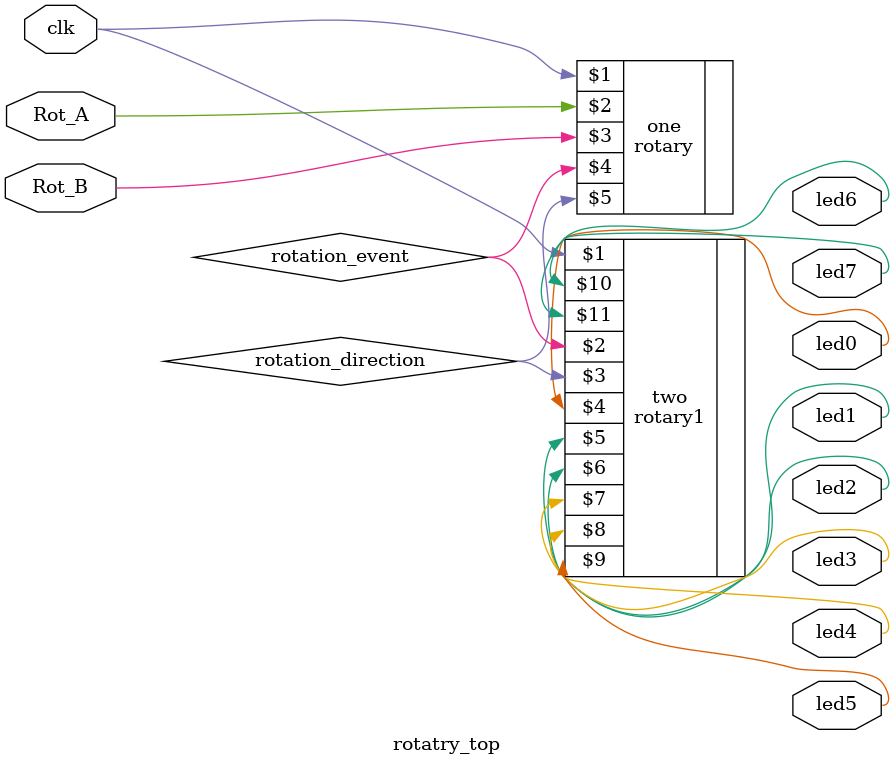
<source format=v>
`timescale 1ns / 1ps
module rotatry_top(clk,Rot_A,Rot_B,led0, led1, led2, led3, led4, led5, led6, led7
    );
input clk,Rot_A,Rot_B;
output wire led0, led1, led2, led3, led4, led5, led6, led7;wire rotation_event, rotation_direction;
rotary one(clk, Rot_A, Rot_B, rotation_event, rotation_direction);
rotary1 two(clk, rotation_event, rotation_direction,led0, led1, led2, led3, led4, led5, led6, led7);
endmodule

</source>
